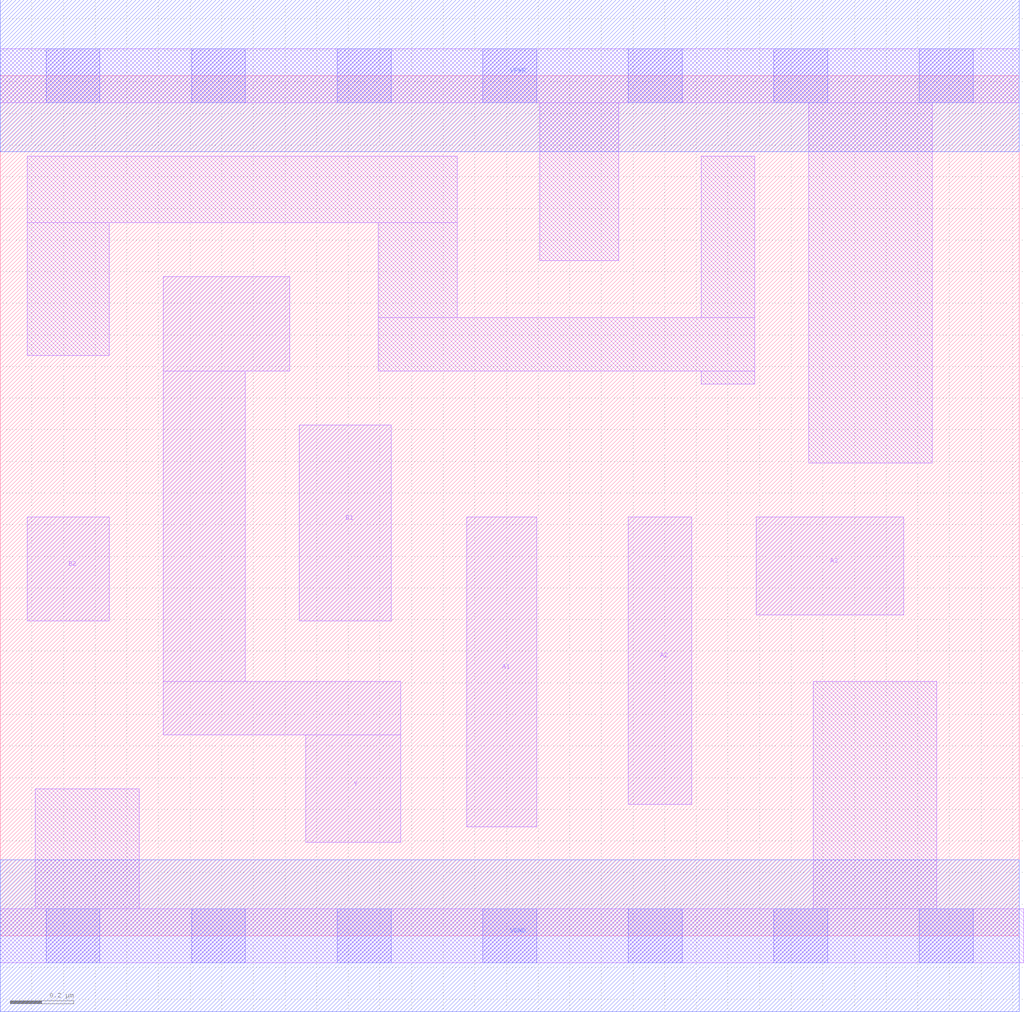
<source format=lef>
# Copyright 2020 The SkyWater PDK Authors
#
# Licensed under the Apache License, Version 2.0 (the "License");
# you may not use this file except in compliance with the License.
# You may obtain a copy of the License at
#
#     https://www.apache.org/licenses/LICENSE-2.0
#
# Unless required by applicable law or agreed to in writing, software
# distributed under the License is distributed on an "AS IS" BASIS,
# WITHOUT WARRANTIES OR CONDITIONS OF ANY KIND, either express or implied.
# See the License for the specific language governing permissions and
# limitations under the License.
#
# SPDX-License-Identifier: Apache-2.0

VERSION 5.7 ;
  NAMESCASESENSITIVE ON ;
  NOWIREEXTENSIONATPIN ON ;
  DIVIDERCHAR "/" ;
  BUSBITCHARS "[]" ;
UNITS
  DATABASE MICRONS 200 ;
END UNITS
PROPERTYDEFINITIONS
  MACRO maskLayoutSubType STRING ;
  MACRO prCellType STRING ;
  MACRO originalViewName STRING ;
END PROPERTYDEFINITIONS
MACRO sky130_fd_sc_hdll__a32oi_1
  CLASS CORE ;
  FOREIGN sky130_fd_sc_hdll__a32oi_1 ;
  ORIGIN  0.000000  0.000000 ;
  SIZE  3.220000 BY  2.720000 ;
  SYMMETRY X Y R90 ;
  SITE unithd ;
  PIN A1
    ANTENNAGATEAREA  0.277500 ;
    DIRECTION INPUT ;
    USE SIGNAL ;
    PORT
      LAYER li1 ;
        RECT 1.475000 0.345000 1.695000 1.325000 ;
    END
  END A1
  PIN A2
    ANTENNAGATEAREA  0.277500 ;
    DIRECTION INPUT ;
    USE SIGNAL ;
    PORT
      LAYER li1 ;
        RECT 1.985000 0.415000 2.185000 1.325000 ;
    END
  END A2
  PIN A3
    ANTENNAGATEAREA  0.277500 ;
    DIRECTION INPUT ;
    USE SIGNAL ;
    PORT
      LAYER li1 ;
        RECT 2.390000 1.015000 2.855000 1.325000 ;
    END
  END A3
  PIN B1
    ANTENNAGATEAREA  0.277500 ;
    DIRECTION INPUT ;
    USE SIGNAL ;
    PORT
      LAYER li1 ;
        RECT 0.945000 0.995000 1.235000 1.615000 ;
    END
  END B1
  PIN B2
    ANTENNAGATEAREA  0.277500 ;
    DIRECTION INPUT ;
    USE SIGNAL ;
    PORT
      LAYER li1 ;
        RECT 0.085000 0.995000 0.345000 1.325000 ;
    END
  END B2
  PIN VGND
    ANTENNADIFFAREA  0.403000 ;
    DIRECTION INOUT ;
    USE SIGNAL ;
    PORT
      LAYER met1 ;
        RECT 0.000000 -0.240000 3.220000 0.240000 ;
    END
  END VGND
  PIN VPWR
    ANTENNADIFFAREA  0.560000 ;
    DIRECTION INOUT ;
    USE SIGNAL ;
    PORT
      LAYER met1 ;
        RECT 0.000000 2.480000 3.220000 2.960000 ;
    END
  END VPWR
  PIN Y
    ANTENNADIFFAREA  0.634500 ;
    DIRECTION OUTPUT ;
    USE SIGNAL ;
    PORT
      LAYER li1 ;
        RECT 0.515000 0.635000 1.265000 0.805000 ;
        RECT 0.515000 0.805000 0.775000 1.785000 ;
        RECT 0.515000 1.785000 0.915000 2.085000 ;
        RECT 0.965000 0.295000 1.265000 0.635000 ;
    END
  END Y
  OBS
    LAYER li1 ;
      RECT 0.000000 -0.085000 3.235000 0.085000 ;
      RECT 0.000000  2.635000 3.220000 2.805000 ;
      RECT 0.085000  1.835000 0.345000 2.255000 ;
      RECT 0.085000  2.255000 1.445000 2.465000 ;
      RECT 0.110000  0.085000 0.440000 0.465000 ;
      RECT 1.195000  1.785000 2.385000 1.955000 ;
      RECT 1.195000  1.955000 1.445000 2.255000 ;
      RECT 1.705000  2.135000 1.955000 2.635000 ;
      RECT 2.215000  1.745000 2.385000 1.785000 ;
      RECT 2.215000  1.955000 2.385000 2.465000 ;
      RECT 2.555000  1.495000 2.945000 2.635000 ;
      RECT 2.570000  0.085000 2.960000 0.805000 ;
    LAYER mcon ;
      RECT 0.145000 -0.085000 0.315000 0.085000 ;
      RECT 0.145000  2.635000 0.315000 2.805000 ;
      RECT 0.605000 -0.085000 0.775000 0.085000 ;
      RECT 0.605000  2.635000 0.775000 2.805000 ;
      RECT 1.065000 -0.085000 1.235000 0.085000 ;
      RECT 1.065000  2.635000 1.235000 2.805000 ;
      RECT 1.525000 -0.085000 1.695000 0.085000 ;
      RECT 1.525000  2.635000 1.695000 2.805000 ;
      RECT 1.985000 -0.085000 2.155000 0.085000 ;
      RECT 1.985000  2.635000 2.155000 2.805000 ;
      RECT 2.445000 -0.085000 2.615000 0.085000 ;
      RECT 2.445000  2.635000 2.615000 2.805000 ;
      RECT 2.905000 -0.085000 3.075000 0.085000 ;
      RECT 2.905000  2.635000 3.075000 2.805000 ;
  END
  PROPERTY maskLayoutSubType "abstract" ;
  PROPERTY prCellType "standard" ;
  PROPERTY originalViewName "layout" ;
END sky130_fd_sc_hdll__a32oi_1
END LIBRARY

</source>
